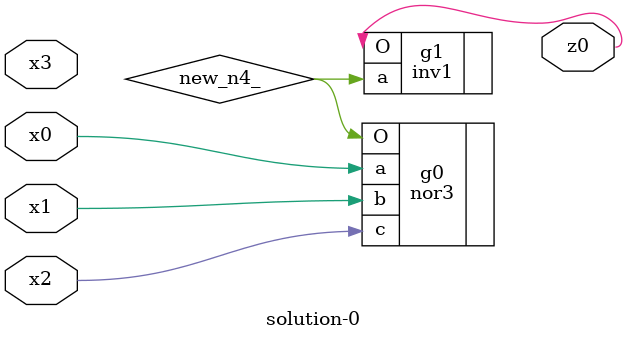
<source format=v>
module \solution-0 (
  x0, x1, x2, x3,
  z0 );
  input x0, x1, x2, x3;
  output z0;
  wire new_n4_;
  nor3  g0(.a(x0), .b(x1), .c(x2), .O(new_n4_));
  inv1  g1(.a(new_n4_), .O(z0));
endmodule

</source>
